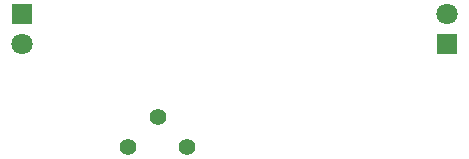
<source format=gbs>
G04 #@! TF.GenerationSoftware,KiCad,Pcbnew,8.0.3*
G04 #@! TF.CreationDate,2024-07-15T18:44:28+02:00*
G04 #@! TF.ProjectId,DCDC,44434443-2e6b-4696-9361-645f70636258,rev?*
G04 #@! TF.SameCoordinates,Original*
G04 #@! TF.FileFunction,Soldermask,Bot*
G04 #@! TF.FilePolarity,Negative*
%FSLAX46Y46*%
G04 Gerber Fmt 4.6, Leading zero omitted, Abs format (unit mm)*
G04 Created by KiCad (PCBNEW 8.0.3) date 2024-07-15 18:44:28*
%MOMM*%
%LPD*%
G01*
G04 APERTURE LIST*
%ADD10C,1.400000*%
%ADD11R,1.800000X1.800000*%
%ADD12C,1.800000*%
G04 APERTURE END LIST*
D10*
X103630000Y-126405000D03*
X101130000Y-123905000D03*
X98630000Y-126405000D03*
D11*
X125630000Y-117675000D03*
D12*
X125630000Y-115135000D03*
D11*
X89630000Y-115135000D03*
D12*
X89630000Y-117675000D03*
M02*

</source>
